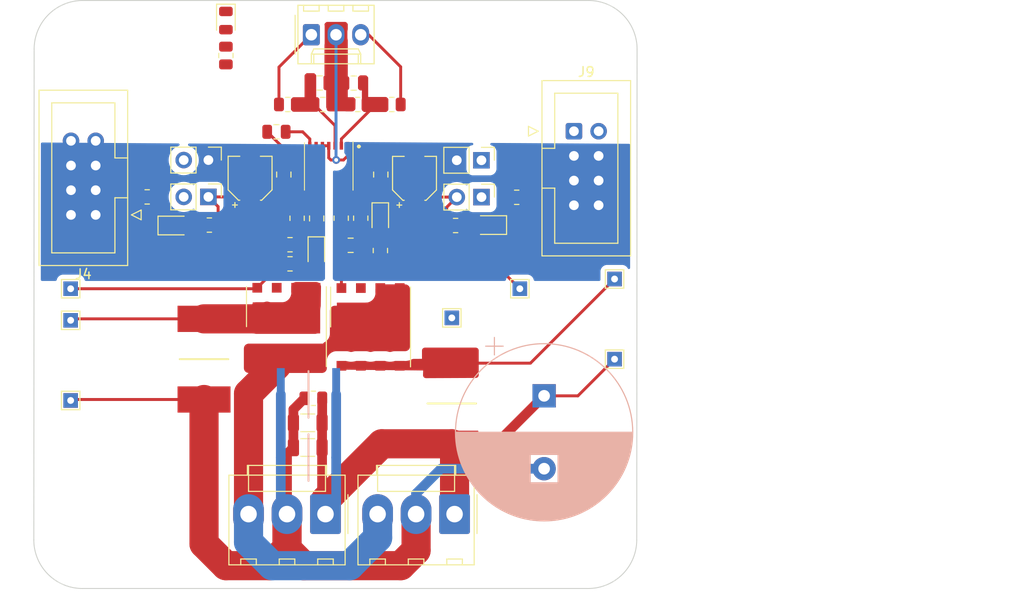
<source format=kicad_pcb>
(kicad_pcb (version 20211014) (generator pcbnew)
  (title_block (comment 4 "AISLER Project ID: ZPYPMIGU"))
  (layers (0 "F.Cu" mixed) (31 "B.Cu" mixed) (34 "B.Paste" user) (35 "F.Paste" user) (36 "B.SilkS" user "B.Silkscreen") (37 "F.SilkS" user "F.Silkscreen") (38 "B.Mask" user) (39 "F.Mask" user) (44 "Edge.Cuts" user))
  (net 0 "")
  (net 1 "GND")
  (net 2 "+3.3V")
  (net 3 "VCCA")
  (net 4 "VCCB")
  (net 5 "GND1")
  (net 6 "LED1")
  (net 7 "Net-(C5-Pad1)")
  (net 8 "Net-(C5-Pad2)")
  (net 9 "GND2")
  (net 10 "OUTA")
  (net 11 "GND3")
  (net 12 "Net-(D1-Pad2)")
  (net 13 "Net-(D2-Pad2)")
  (net 14 "Net-(D5-Pad2)")
  (net 15 "Net-(D6-Pad2)")
  (net 16 "Net-(D7-Pad2)")
  (net 17 "Net-(Q2-Pad8)")
  (net 18 "Net-(J2-Pad1)")
  (net 19 "Net-(J2-Pad3)")
  (net 20 "HVDC+")
  (net 21 "PWM1")
  (net 22 "PWM2")
  (net 23 "OUTB")
  (net 24 "gnd-1")
  (net 25 "LED2")
  (net 26 "gnd-2")
  (net 27 "Net-(C4-Pad2)")
  (net 28 "Net-(J1-Pad3)")
  (net 30 "Net-(Q1-Pad1)")
  (net 31 "Net-(Q2-Pad5)")
  (net 32 "Net-(FB3-Pad1)")
  (net 33 "Net-(FB4-Pad1)")
  (footprint "LED_SMD:LED_0805_2012Metric" (layer "F.Cu") (at 125.53 51.11 -90)
    (fp_text reference "D5" hide)
    (fp_text value "LED")
    (pad "1" smd roundrect (at -0.9375 0 270) (size 0.975 1.4) (layers "F.Cu" "F.Paste" "F.Mask") (net 1 "GND"))
    (pad "2" smd roundrect (at 0.9375 0 270) (size 0.975 1.4) (layers "F.Cu" "F.Paste" "F.Mask") (net 14 "Net-(D5-Pad2)"))
  )
  (footprint "Connector_Molex:Molex_KK-254_AE-6410-03A_1x03_P2.54mm_Vertical" (layer "F.Cu") (at 134.325 52.57)
    (fp_text reference "J2" hide)
    (fp_text value "PWM")
    (pad "1" thru_hole roundrect (at 0 0) (size 1.74 2.19) (drill 1.19) (layers *.Cu *.Mask) (roundrect_rratio 0.1436781609) (net 18 "Net-(J2-Pad1)"))
    (pad "2" thru_hole oval (at 2.54 0) (size 1.74 2.19) (drill 1.19) (layers *.Cu *.Mask) (net 1 "GND"))
    (pad "3" thru_hole oval (at 5.08 0) (size 1.74 2.19) (drill 1.19) (layers *.Cu *.Mask) (net 19 "Net-(J2-Pad3)"))
  )
  (footprint "MountingHole:MountingHole_3.2mm_M3" (layer "F.Cu") (at 163.88 53.11)
    (fp_text reference "H3" hide)
    (fp_text value "MountingHole")
    (pad "" np_thru_hole circle (at 0 0) (size 3.2 3.2) (drill 3.2) (layers *.Cu *.Mask))
  )
  (footprint "Resistor_SMD:R_0805_2012Metric" (layer "F.Cu") (at 139.102656 59.75 180)
    (fp_text reference "R16" hide)
    (fp_text value "10k")
    (pad "1" smd roundrect (at -0.9125 0 180) (size 1.025 1.4) (layers "F.Cu" "F.Paste" "F.Mask") (roundrect_rratio 0.243902439) (net 21 "PWM1"))
    (pad "2" smd roundrect (at 0.9125 0 180) (size 1.025 1.4) (layers "F.Cu" "F.Paste" "F.Mask") (roundrect_rratio 0.243902439) (net 1 "GND"))
  )
  (footprint "Connector_PinHeader_2.54mm:PinHeader_1x02_P2.54mm_Vertical" (layer "F.Cu") (at 123.73 69.26 -90)
    (fp_text reference "J6" hide)
    (fp_text value "5V")
    (pad "1" thru_hole rect (at 0 0 270) (size 1.7 1.7) (drill 1) (layers *.Cu *.Mask) (net 25 "LED2"))
    (pad "2" thru_hole oval (at 0 2.54 270) (size 1.7 1.7) (drill 1) (layers *.Cu *.Mask) (net 4 "VCCB"))
  )
  (footprint "Resistor_SMD:R_0805_2012Metric" (layer "F.Cu") (at 123.83 72.16)
    (fp_text reference "R12" hide)
    (fp_text value "4.7k")
    (pad "1" smd roundrect (at -0.9125 0) (size 1.025 1.4) (layers "F.Cu" "F.Paste" "F.Mask") (roundrect_rratio 0.243902439) (net 16 "Net-(D7-Pad2)"))
    (pad "2" smd roundrect (at 0.9125 0) (size 1.025 1.4) (layers "F.Cu" "F.Paste" "F.Mask") (roundrect_rratio 0.243902439) (net 25 "LED2"))
  )
  (footprint "Capacitor_SMD:CP_Elec_4x5.8" (layer "F.Cu") (at 128.02 67.34 90)
    (fp_text reference "C16" hide)
    (fp_text value "10uF/35V")
    (pad "1" smd roundrect (at -1.8 0 90) (size 2.6 1.6) (layers "F.Cu" "F.Paste" "F.Mask") (roundrect_rratio 0.15625) (net 25 "LED2"))
    (pad "2" smd roundrect (at 1.8 0 90) (size 2.6 1.6) (layers "F.Cu" "F.Paste" "F.Mask") (roundrect_rratio 0.15625) (net 26 "gnd-2"))
  )
  (footprint "2EDF7275KXUMA1:2EDF7275KXUMA1" (layer "F.Cu") (at 136.115 66.07 180)
    (fp_text reference "IC1" hide)
    (fp_text value "2EDF7275KXUMA1" hide)
    (pad "1" smd rect (at -1.95 2.075 180) (size 0.35 0.8) (layers "F.Cu" "F.Paste" "F.Mask") (net 1 "GND"))
    (pad "2" smd rect (at -1.3 2.075 180) (size 0.35 0.8) (layers "F.Cu" "F.Paste" "F.Mask") (net 21 "PWM1"))
    (pad "3" smd rect (at -0.65 2.075 180) (size 0.35 0.8) (layers "F.Cu" "F.Paste" "F.Mask") (net 22 "PWM2"))
    (pad "4" smd rect (at 0 2.075 180) (size 0.35 0.8) (layers "F.Cu" "F.Paste" "F.Mask") (net 1 "GND"))
    (pad "5" smd rect (at 0.65 2.075 180) (size 0.35 0.8) (layers "F.Cu" "F.Paste" "F.Mask") (net 1 "GND"))
    (pad "6" smd rect (at 1.3 2.075 180) (size 0.35 0.8) (layers "F.Cu" "F.Paste" "F.Mask"))
    (pad "7" smd rect (at 1.95 2.075 180) (size 0.35 0.8) (layers "F.Cu" "F.Paste" "F.Mask") (net 2 "+3.3V"))
    (pad "8" smd rect (at 1.95 -2.075 180) (size 0.35 0.8) (layers "F.Cu" "F.Paste" "F.Mask") (net 26 "gnd-2"))
    (pad "9" smd rect (at 1.3 -2.075 180) (size 0.35 0.8) (layers "F.Cu" "F.Paste" "F.Mask") (net 23 "OUTB"))
    (pad "10" smd rect (at 0.65 -2.075 180) (size 0.35 0.8) (layers "F.Cu" "F.Paste" "F.Mask") (net 25 "LED2"))
    (pad "11" smd rect (at -0.65 -2.075 180) (size 0.35 0.8) (layers "F.Cu" "F.Paste" "F.Mask") (net 24 "gnd-1"))
    (pad "12" smd rect (at -1.3 -2.075 180) (size 0.35 0.8) (layers "F.Cu" "F.Paste" "F.Mask") (net 10 "OUTA"))
    (pad "13" smd rect (at -1.95 -2.075 180) (size 0.35 0.8) (layers "F.Cu" "F.Paste" "F.Mask") (net 6 "LED1"))
  )
  (footprint "Resistor_SMD:R_0805_2012Metric" (layer "F.Cu") (at 134.53 89.99 180)
    (fp_text reference "R8" hide)
    (fp_text value "500k")
    (pad "1" smd roundrect (at -0.9125 0 180) (size 1.025 1.4) (layers "F.Cu" "F.Paste" "F.Mask") (roundrect_rratio 0.243902439) (net 20 "HVDC+"))
    (pad "2" smd roundrect (at 0.9125 0 180) (size 1.025 1.4) (layers "F.Cu" "F.Paste" "F.Mask") (roundrect_rratio 0.243902439) (net 11 "GND3"))
  )
  (footprint "Capacitor_SMD:C_0805_2012Metric" (layer "F.Cu") (at 130.73 62.56)
    (fp_text reference "C1" hide)
    (fp_text value "100nF")
    (pad "1" smd roundrect (at -0.95 0) (size 1 1.45) (layers "F.Cu" "F.Paste" "F.Mask") (net 1 "GND"))
    (pad "2" smd roundrect (at 0.95 0) (size 1 1.45) (layers "F.Cu" "F.Paste" "F.Mask") (net 2 "+3.3V"))
  )
  (footprint "Resistor_SMD:R_0805_2012Metric" (layer "F.Cu") (at 131.905 59.75)
    (fp_text reference "R13" hide)
    (fp_text value "100")
    (pad "1" smd roundrect (at -0.9125 0) (size 1.025 1.4) (layers "F.Cu" "F.Paste" "F.Mask") (roundrect_rratio 0.243902439) (net 18 "Net-(J2-Pad1)"))
    (pad "2" smd roundrect (at 0.9125 0) (size 1.025 1.4) (layers "F.Cu" "F.Paste" "F.Mask") (roundrect_rratio 0.243902439) (net 22 "PWM2"))
  )
  (footprint "Resistor_SMD:R_0805_2012Metric" (layer "F.Cu") (at 132.86 71.457064 -90)
    (fp_text reference "R1" hide)
    (fp_text value "470")
    (pad "1" smd roundrect (at -0.9125 0 270) (size 1.025 1.4) (layers "F.Cu" "F.Paste" "F.Mask") (roundrect_rratio 0.243902439) (net 23 "OUTB"))
    (pad "2" smd roundrect (at 0.9125 0 270) (size 1.025 1.4) (layers "F.Cu" "F.Paste" "F.Mask") (roundrect_rratio 0.243902439) (net 17 "Net-(Q2-Pad8)"))
  )
  (footprint "Resistor_SMD:R_0805_2012Metric" (layer "F.Cu") (at 137.395 71.45 -90)
    (fp_text reference "R3" hide)
    (fp_text value "470")
    (pad "1" smd roundrect (at -0.9125 0 270) (size 1.025 1.4) (layers "F.Cu" "F.Paste" "F.Mask") (roundrect_rratio 0.243902439) (net 10 "OUTA"))
    (pad "2" smd roundrect (at 0.9125 0 270) (size 1.025 1.4) (layers "F.Cu" "F.Paste" "F.Mask") (roundrect_rratio 0.243902439) (net 8 "Net-(C5-Pad2)"))
  )
  (footprint "LED_SMD:LED_0805_2012Metric" (layer "F.Cu") (at 152.73 72.16 180)
    (fp_text reference "D6" hide)
    (fp_text value "LED")
    (pad "1" smd roundrect (at -0.9375 0 180) (size 0.975 1.4) (layers "F.Cu" "F.Paste" "F.Mask") (net 24 "gnd-1"))
    (pad "2" smd roundrect (at 0.9375 0 180) (size 0.975 1.4) (layers "F.Cu" "F.Paste" "F.Mask") (net 15 "Net-(D6-Pad2)"))
  )
  (footprint "TestPoint:TestPoint_THTPad_1.5x1.5mm_Drill0.7mm" (layer "F.Cu") (at 148.78 81.71)
    (fp_text reference "TP4" hide)
    (fp_text value "TestPoint_Alt")
    (pad "1" thru_hole rect (at 0 0) (size 1.5 1.5) (drill 0.7) (layers *.Cu *.Mask) (net 28 "Net-(J1-Pad3)"))
  )
  (footprint "Resistor_SMD:R_0805_2012Metric" (layer "F.Cu") (at 125.53 54.71 -90)
    (fp_text reference "R10" hide)
    (fp_text value "4.7k")
    (pad "1" smd roundrect (at -0.9125 0 270) (size 1.025 1.4) (layers "F.Cu" "F.Paste" "F.Mask") (roundrect_rratio 0.243902439) (net 14 "Net-(D5-Pad2)"))
    (pad "2" smd roundrect (at 0.9125 0 270) (size 1.025 1.4) (layers "F.Cu" "F.Paste" "F.Mask") (roundrect_rratio 0.243902439) (net 2 "+3.3V"))
  )
  (footprint "TestPoint:TestPoint_THTPad_1.5x1.5mm_Drill0.7mm" (layer "F.Cu") (at 165.53 85.96)
    (fp_text reference "TP6" hide)
    (fp_text value "TestPoint_Alt")
    (pad "1" thru_hole rect (at 0 0) (size 1.5 1.5) (drill 0.7) (layers *.Cu *.Mask) (net 20 "HVDC+"))
  )
  (footprint "Package_SON:Infineon_PG-LSON-8-1" (layer "F.Cu") (at 140.42 82.64 90)
    (fp_text reference "Q1" hide)
    (fp_text value "IGLD60R190D1")
    (pad "1" smd rect (at -4 -3 90) (size 1 1) (layers "F.Cu" "F.Paste" "F.Mask") (net 30 "Net-(Q1-Pad1)"))
    (pad "2" smd rect (at -4 -1 90) (size 1 1) (layers "F.Cu" "F.Paste" "F.Mask") (net 30 "Net-(Q1-Pad1)"))
    (pad "3" smd rect (at -4 1 90) (size 1 1) (layers "F.Cu" "F.Paste" "F.Mask") (net 30 "Net-(Q1-Pad1)"))
    (pad "4" smd rect (at -4 3 90) (size 1 1) (layers "F.Cu" "F.Paste" "F.Mask") (net 30 "Net-(Q1-Pad1)"))
    (pad "5" smd rect (at 4 3 90) (size 1 1) (layers "F.Cu" "F.Paste" "F.Mask") (net 28 "Net-(J1-Pad3)"))
    (pad "6" smd rect (at 4 1 90) (size 1 1) (layers "F.Cu" "F.Paste" "F.Mask") (net 28 "Net-(J1-Pad3)"))
    (pad "7" smd rect (at 4 -1 90) (size 1 1) (layers "F.Cu" "F.Paste" "F.Mask") (net 24 "gnd-1"))
    (pad "8" smd rect (at 4 -3 90) (size 1 1) (layers "F.Cu" "F.Paste" "F.Mask") (net 8 "Net-(C5-Pad2)"))
    (pad "9" smd rect (at 0.9 0 90) (size 3.2 6.94) (layers "F.Cu" "F.Mask") (net 28 "Net-(J1-Pad3)"))
  )
  (footprint "Resistor_SMD:R_0805_2012Metric" (layer "F.Cu") (at 139.4075 71.45 -90)
    (fp_text reference "R2" hide)
    (fp_text value "10")
    (pad "1" smd roundrect (at -0.9125 0 270) (size 1.025 1.4) (layers "F.Cu" "F.Paste" "F.Mask") (roundrect_rratio 0.243902439) (net 10 "OUTA"))
    (pad "2" smd roundrect (at 0.9125 0 270) (size 1.025 1.4) (layers "F.Cu" "F.Paste" "F.Mask") (roundrect_rratio 0.243902439) (net 7 "Net-(C5-Pad1)"))
  )
  (footprint "Connector_PinHeader_2.54mm:PinHeader_1x02_P2.54mm_Vertical" (layer "F.Cu") (at 123.73 65.47 -90)
    (fp_text reference "J7" hide)
    (fp_text value "GND2")
    (pad "1" thru_hole rect (at 0 0 270) (size 1.7 1.7) (drill 1) (layers *.Cu *.Mask) (net 26 "gnd-2"))
    (pad "2" thru_hole oval (at 0 2.54 270) (size 1.7 1.7) (drill 1) (layers *.Cu *.Mask) (net 9 "GND2"))
  )
  (footprint "Resistor_SMD:R_0805_2012Metric" (layer "F.Cu") (at 141.43 74.78 -90)
    (fp_text reference "R5" hide)
    (fp_text value "5.1")
    (pad "1" smd roundrect (at -0.9125 0 270) (size 1.025 1.4) (layers "F.Cu" "F.Paste" "F.Mask") (roundrect_rratio 0.243902439) (net 12 "Net-(D1-Pad2)"))
    (pad "2" smd roundrect (at 0.9125 0 270) (size 1.025 1.4) (layers "F.Cu" "F.Paste" "F.Mask") (roundrect_rratio 0.243902439) (net 7 "Net-(C5-Pad1)"))
  )
  (footprint "Capacitor_SMD:C_0805_2012Metric" (layer "F.Cu") (at 138.68 57.55)
    (fp_text reference "C14" hide)
    (fp_text value "100nF")
    (pad "1" smd roundrect (at -0.95 0) (size 1 1.45) (layers "F.Cu" "F.Paste" "F.Mask") (net 1 "GND"))
    (pad "2" smd roundrect (at 0.95 0) (size 1 1.45) (layers "F.Cu" "F.Paste" "F.Mask") (net 21 "PWM1"))
  )
  (footprint "Resistor_SMD:R_0805_2012Metric" (layer "F.Cu") (at 155.46 69.3 180)
    (fp_text reference "FB4" hide)
    (fp_text value "fb")
    (pad "1" smd roundrect (at -0.9125 0 180) (size 1.025 1.4) (layers "F.Cu" "F.Paste" "F.Mask") (roundrect_rratio 0.243902439) (net 33 "Net-(FB4-Pad1)"))
    (pad "2" smd roundrect (at 0.9125 0 180) (size 1.025 1.4) (layers "F.Cu" "F.Paste" "F.Mask") (roundrect_rratio 0.243902439) (net 3 "VCCA"))
  )
  (footprint "Resistor_SMD:R_0805_2012Metric" (layer "F.Cu") (at 132.13 74.18 180)
    (fp_text reference "R4" hide)
    (fp_text value "10")
    (pad "1" smd roundrect (at -0.9125 0 180) (size 1.025 1.4) (layers "F.Cu" "F.Paste" "F.Mask") (roundrect_rratio 0.243902439) (net 27 "Net-(C4-Pad2)"))
    (pad "2" smd roundrect (at 0.9125 0 180) (size 1.025 1.4) (layers "F.Cu" "F.Paste" "F.Mask") (roundrect_rratio 0.243902439) (net 17 "Net-(Q2-Pad8)"))
  )
  (footprint "TestPoint:TestPoint_THTPad_1.5x1.5mm_Drill0.7mm" (layer "F.Cu") (at 109.555 90.21)
    (fp_text reference "TP7" hide)
    (fp_text value "TestPoint_Alt")
    (pad "1" thru_hole rect (at 0 0) (size 1.5 1.5) (drill 0.7) (layers *.Cu *.Mask) (net 11 "GND3"))
  )
  (footprint "Resistor_SMD:R_0805_2012Metric" (layer "F.Cu") (at 149.17 72.205 180)
    (fp_text reference "R11" hide)
    (fp_text value "4.7k")
    (pad "1" smd roundrect (at -0.9125 0 180) (size 1.025 1.4) (layers "F.Cu" "F.Paste" "F.Mask") (roundrect_rratio 0.243902439) (net 15 "Net-(D6-Pad2)"))
    (pad "2" smd roundrect (at 0.9125 0 180) (size 1.025 1.4) (layers "F.Cu" "F.Paste" "F.Mask") (roundrect_rratio 0.243902439) (net 6 "LED1"))
  )
  (footprint "Capacitor_SMD:C_0805_2012Metric" (layer "F.Cu") (at 135.185 57.535 180)
    (fp_text reference "C13" hide)
    (fp_text value "100nF")
    (pad "1" smd roundrect (at -0.95 0 180) (size 1 1.45) (layers "F.Cu" "F.Paste" "F.Mask") (net 1 "GND"))
    (pad "2" smd roundrect (at 0.95 0 180) (size 1 1.45) (layers "F.Cu" "F.Paste" "F.Mask") (net 22 "PWM2"))
  )
  (footprint "Connector_IDC:IDC-Header_2x04_P2.54mm_Vertical" (layer "F.Cu") (at 161.35 62.5)
    (fp_text reference "J9" (at 1.27 -6.1) (layer "F.SilkS"))
    (fp_text value "Conn_02x04_Odd_Even")
    (pad "1" thru_hole roundrect (at 0 0) (size 1.7 1.7) (drill 1) (layers *.Cu *.Mask) (roundrect_rratio 0.147059) (net 32 "Net-(FB3-Pad1)"))
    (pad "2" thru_hole circle (at 2.54 0) (size 1.7 1.7) (drill 1) (layers *.Cu *.Mask) (net 32 "Net-(FB3-Pad1)"))
    (pad "3" thru_hole circle (at 0 2.54) (size 1.7 1.7) (drill 1) (layers *.Cu *.Mask) (net 9 "GND2"))
    (pad "4" thru_hole circle (at 2.54 2.54) (size 1.7 1.7) (drill 1) (layers *.Cu *.Mask) (net 9 "GND2"))
    (pad "5" thru_hole circle (at 0 5.08) (size 1.7 1.7) (drill 1) (layers *.Cu *.Mask))
    (pad "6" thru_hole circle (at 2.54 5.08) (size 1.7 1.7) (drill 1) (layers *.Cu *.Mask))
    (pad "7" thru_hole circle (at 0 7.62) (size 1.7 1.7) (drill 1) (layers *.Cu *.Mask))
    (pad "8" thru_hole circle (at 2.54 7.62) (size 1.7 1.7) (drill 1) (layers *.Cu *.Mask))
  )
  (footprint "Connector_PinHeader_2.54mm:PinHeader_1x02_P2.54mm_Vertical" (layer "F.Cu") (at 151.835 69.28 -90)
    (fp_text reference "J5" hide)
    (fp_text value "5V")
    (pad "1" thru_hole rect (at 0 0 270) (size 1.7 1.7) (drill 1) (layers *.Cu *.Mask) (net 3 "VCCA"))
    (pad "2" thru_hole oval (at 0 2.54 270) (size 1.7 1.7) (drill 1) (layers *.Cu *.Mask) (net 6 "LED1"))
  )
  (footprint "Capacitor_SMD:C_0805_2012Metric" (layer "F.Cu") (at 138.37 74.24 180)
    (fp_text reference "C5" hide)
    (fp_text value "2.2nF")
    (pad "1" smd roundrect (at -0.95 0 180) (size 1 1.45) (layers "F.Cu" "F.Paste" "F.Mask") (net 7 "Net-(C5-Pad1)"))
    (pad "2" smd roundrect (at 0.95 0 180) (size 1 1.45) (layers "F.Cu" "F.Paste" "F.Mask") (net 8 "Net-(C5-Pad2)"))
  )
  (footprint "footprint:RESC10052X50N" (layer "F.Cu") (at 123.28 85.96 -90)
    (fp_text reference "R9" hide)
    (fp_text value "WSLP3921L1000FEA" hide)
    (pad "1" smd rect (at -4.15 0 270) (size 2.7 5.45) (layers "F.Cu" "F.Paste" "F.Mask") (net 31 "Net-(Q2-Pad5)"))
    (pad "2" smd rect (at 4.15 0 270) (size 2.7 5.45) (layers "F.Cu" "F.Paste" "F.Mask") (net 11 "GND3"))
  )
  (footprint "MountingHole:MountingHole_3.2mm_M3" (layer "F.Cu") (at 110.03 53.16)
    (fp_text reference "H4" hide)
    (fp_text value "MountingHole")
    (pad "" np_thru_hole circle (at 0 0) (size 3.2 3.2) (drill 3.2) (layers *.Cu *.Mask))
  )
  (footprint "Package_SON:Infineon_PG-LSON-8-1" (layer "F.Cu") (at 131.76 82.61 90)
    (fp_text reference "Q2" hide)
    (fp_text value "IGLD60R190D1")
    (pad "1" smd rect (at -4 -3 90) (size 1 1) (layers "F.Cu" "F.Paste" "F.Mask") (net 28 "Net-(J1-Pad3)"))
    (pad "2" smd rect (at -4 -1 90) (size 1 1) (layers "F.Cu" "F.Paste" "F.Mask") (net 28 "Net-(J1-Pad3)"))
    (pad "3" smd rect (at -4 1 90) (size 1 1) (layers "F.Cu" "F.Paste" "F.Mask") (net 28 "Net-(J1-Pad3)"))
    (pad "4" smd rect (at -4 3 90) (size 1 1) (layers "F.Cu" "F.Paste" "F.Mask") (net 28 "Net-(J1-Pad3)"))
    (pad "5" smd rect (at 4 3 90) (size 1 1) (layers "F.Cu" "F.Paste" "F.Mask") (net 31 "Net-(Q2-Pad5)"))
    (pad "6" smd rect (at 4 1 90) (size 1 1) (layers "F.Cu" "F.Paste" "F.Mask") (net 31 "Net-(Q2-Pad5)"))
    (pad "7" smd rect (at 4 -1 90) (size 1 1) (layers "F.Cu" "F.Paste" "F.Mask") (net 26 "gnd-2"))
    (pad "8" smd rect (at 4 -3 90) (size 1 1) (layers "F.Cu" "F.Paste" "F.Mask") (net 17 "Net-(Q2-Pad8)"))
    (pad "9" smd rect (at 0.9 0 90) (size 3.2 6.94) (layers "F.Cu" "F.Mask") (net 31 "Net-(Q2-Pad5)"))
  )
  (footprint "Diode_SMD:D_SOD-323" (layer "F.Cu") (at 134.84 74.87 -90)
    (fp_text reference "D2" hide)
    (fp_text value "BAT165")
    (pad "1" smd rect (at -1.05 0 270) (size 0.6 0.45) (layers "F.Cu" "F.Paste" "F.Mask") (net 27 "Net-(C4-Pad2)"))
    (pad "2" smd rect (at 1.05 0 270) (size 0.6 0.45) (layers "F.Cu" "F.Paste" "F.Mask") (net 13 "Net-(D2-Pad2)"))
  )
  (footprint "Capacitor_SMD:C_0805_2012Metric" (layer "F.Cu") (at 134.875 71.477064 -90)
    (fp_text reference "C4" hide)
    (fp_text value "2.2nF")
    (pad "1" smd roundrect (at -0.95 0 270) (size 1 1.45) (layers "F.Cu" "F.Paste" "F.Mask") (net 23 "OUTB"))
    (pad "2" smd roundrect (at 0.95 0 270) (size 1 1.45) (layers "F.Cu" "F.Paste" "F.Mask") (net 27 "Net-(C4-Pad2)"))
  )
  (footprint "Connector_Molex:Molex_KK-396_A-41791-0003_1x03_P3.96mm_Vertical" (layer "F.Cu") (at 135.78 101.905 180)
    (fp_text reference "J3" hide)
    (fp_text value "HVDC2")
    (pad "1" thru_hole roundrect (at 0 0 180) (size 3.16 4.1) (drill 1.7) (layers *.Cu *.Mask) (roundrect_rratio 0.07911392405) (net 20 "HVDC+"))
    (pad "2" thru_hole oval (at 3.96 0 180) (size 3.16 4.1) (drill 1.7) (layers *.Cu *.Mask) (net 11 "GND3"))
    (pad "3" thru_hole oval (at 7.92 0 180) (size 3.16 4.1) (drill 1.7) (layers *.Cu *.Mask) (net 28 "Net-(J1-Pad3)"))
  )
  (footprint "Resistor_SMD:R_0805_2012Metric" (layer "F.Cu") (at 142.605 59.75 180)
    (fp_text reference "R14" hide)
    (fp_text value "100")
    (pad "1" smd roundrect (at -0.9125 0 180) (size 1.025 1.4) (layers "F.Cu" "F.Paste" "F.Mask") (roundrect_rratio 0.243902439) (net 19 "Net-(J2-Pad3)"))
    (pad "2" smd roundrect (at 0.9125 0 180) (size 1.025 1.4) (layers "F.Cu" "F.Paste" "F.Mask") (roundrect_rratio 0.243902439) (net 21 "PWM1"))
  )
  (footprint "TestPoint:TestPoint_THTPad_1.5x1.5mm_Drill0.7mm" (layer "F.Cu") (at 109.555 78.71)
    (fp_text reference "TP2" hide)
    (fp_text value "TestPoint_Alt")
    (pad "1" thru_hole rect (at 0 0) (size 1.5 1.5) (drill 0.7) (layers *.Cu *.Mask) (net 17 "Net-(Q2-Pad8)"))
  )
  (footprint "TestPoint:TestPoint_THTPad_1.5x1.5mm_Drill0.7mm" (layer "F.Cu") (at 109.555 81.96)
    (fp_text reference "TP5" hide)
    (fp_text value "TestPoint_Alt")
    (pad "1" thru_hole rect (at 0 0) (size 1.5 1.5) (drill 0.7) (layers *.Cu *.Mask) (net 31 "Net-(Q2-Pad5)"))
  )
  (footprint "LED_SMD:LED_0805_2012Metric" (layer "F.Cu") (at 120.23 72.205)
    (fp_text reference "D7" hide)
    (fp_text value "LED")
    (pad "1" smd roundrect (at -0.9375 0) (size 0.975 1.4) (layers "F.Cu" "F.Paste" "F.Mask") (net 26 "gnd-2"))
    (pad "2" smd roundrect (at 0.9375 0) (size 0.975 1.4) (layers "F.Cu" "F.Paste" "F.Mask") (net 16 "Net-(D7-Pad2)"))
  )
  (footprint "Resistor_SMD:R_0805_2012Metric" (layer "F.Cu") (at 135.503828 59.75)
    (fp_text reference "R15" hide)
    (fp_text value "10k")
    (pad "1" smd roundrect (at -0.9125 0) (size 1.025 1.4) (layers "F.Cu" "F.Paste" "F.Mask") (roundrect_rratio 0.243902439) (net 22 "PWM2"))
    (pad "2" smd roundrect (at 0.9125 0) (size 1.025 1.4) (layers "F.Cu" "F.Paste" "F.Mask") (roundrect_rratio 0.243902439) (net 1 "GND"))
  )
  (footprint "Connector_IDC:IDC-Header_2x04_P2.54mm_Vertical" (layer "F.Cu") (at 112.13 71.11 180)
    (fp_text reference "J4" (at 1.27 -6.1) (layer "F.SilkS"))
    (fp_text value "Conn_02x04_Odd_Even")
    (pad "1" thru_hole roundrect (at 0 0 180) (size 1.7 1.7) (drill 1) (layers *.Cu *.Mask) (roundrect_rratio 0.147059) (net 33 "Net-(FB4-Pad1)"))
    (pad "2" thru_hole circle (at 2.54 0 180) (size 1.7 1.7) (drill 1) (layers *.Cu *.Mask) (net 33 "Net-(FB4-Pad1)"))
    (pad "3" thru_hole circle (at 0 2.54 180) (size 1.7 1.7) (drill 1) (layers *.Cu *.Mask) (net 5 "GND1"))
    (pad "4" thru_hole circle (at 2.54 2.54 180) (size 1.7 1.7) (drill 1) (layers *.Cu *.Mask) (net 5 "GND1"))
    (pad "5" thru_hole circle (at 0 5.08 180) (size 1.7 1.7) (drill 1) (layers *.Cu *.Mask) (net 2 "+3.3V"))
    (pad "6" thru_hole circle (at 2.54 5.08 180) (size 1.7 1.7) (drill 1) (layers *.Cu *.Mask) (net 2 "+3.3V"))
    (pad "7" thru_hole circle (at 0 7.62 180) (size 1.7 1.7) (drill 1) (layers *.Cu *.Mask) (net 1 "GND"))
    (pad "8" thru_hole circle (at 2.54 7.62 180) (size 1.7 1.7) (drill 1) (layers *.Cu *.Mask) (net 1 "GND"))
  )
  (footprint "TestPoint:TestPoint_THTPad_1.5x1.5mm_Drill0.7mm" (layer "F.Cu") (at 155.78 78.71)
    (fp_text reference "TP1" hide)
    (fp_text value "TestPoint_Alt")
    (pad "1" thru_hole rect (at 0 0) (size 1.5 1.5) (drill 0.7) (layers *.Cu *.Mask) (net 8 "Net-(C5-Pad2)"))
  )
  (footprint "Capacitor_SMD:C_1206_3216Metric" (layer "F.Cu") (at 133.955 95.05 180)
    (fp_text reference "C7" hide)
    (fp_text value "100nF/450V")
    (pad "1" smd roundrect (at -1.475 0 180) (size 1.15 1.8) (layers "F.Cu" "F.Paste" "F.Mask") (roundrect_rratio 0.2173913043) (net 20 "HVDC+"))
    (pad "2" smd roundrect (at 1.475 0 180) (size 1.15 1.8) (layers "F.Cu" "F.Paste" "F.Mask") (roundrect_rratio 0.2173913043) (net 11 "GND3"))
  )
  (footprint "footprint:RESC10052X50N" (layer "F.Cu") (at 148.78 90.52 -90)
    (fp_text reference "R7" hide)
    (fp_text value "WSLP3921L1000FEA" hide)
    (pad "1" smd rect (at -4.15 0 270) (size 2.7 5.45) (layers "F.Cu" "F.Paste" "F.Mask") (net 30 "Net-(Q1-Pad1)"))
    (pad "2" smd rect (at 4.15 0 270) (size 2.7 5.45) (layers "F.Cu" "F.Paste" "F.Mask") (net 20 "HVDC+"))
  )
  (footprint "Diode_SMD:D_SOD-323" (layer "F.Cu") (at 141.42 71.37 -90)
    (fp_text reference "D1" hide)
    (fp_text value "BAT165")
    (pad "1" smd rect (at -1.05 0 270) (size 0.6 0.45) (layers "F.Cu" "F.Paste" "F.Mask") (net 10 "OUTA"))
    (pad "2" smd rect (at 1.05 0 270) (size 0.6 0.45) (layers "F.Cu" "F.Paste" "F.Mask") (net 12 "Net-(D1-Pad2)"))
  )
  (footprint "Connector_Molex:Molex_KK-396_A-41791-0003_1x03_P3.96mm_Vertical" (layer "F.Cu") (at 149.064 101.905 180)
    (fp_text reference "J1" hide)
    (fp_text value "HVDC1")
    (pad "1" thru_hole roundrect (at 0 0 180) (size 3.16 4.1) (drill 1.7) (layers *.Cu *.Mask) (roundrect_rratio 0.07911392405) (net 20 "HVDC+"))
    (pad "2" thru_hole oval (at 3.96 0 180) (size 3.16 4.1) (drill 1.7) (layers *.Cu *.Mask) (net 11 "GND3"))
    (pad "3" thru_hole oval (at 7.92 0 180) (size 3.16 4.1) (drill 1.7) (layers *.Cu *.Mask) (net 28 "Net-(J1-Pad3)"))
  )
  (footprint "MountingHole:MountingHole_3.2mm_M3" (layer "F.Cu") (at 163.93 105.36)
    (fp_text reference "H1" hide)
    (fp_text value "MountingHole")
    (pad "" np_thru_hole circle (at 0 0) (size 3.2 3.2) (drill 3.2) (layers *.Cu *.Mask))
  )
  (footprint "Capacitor_SMD:C_0805_2012Metric" (layer "F.Cu") (at 131.49 66.96 -90)
    (fp_text reference "C3" hide)
    (fp_text value "1uF")
    (pad "1" smd roundrect (at -0.95 0 270) (size 1 1.45) (layers "F.Cu" "F.Paste" "F.Mask") (net 26 "gnd-2"))
    (pad "2" smd roundrect (at 0.95 0 270) (size 1 1.45) (layers "F.Cu" "F.Paste" "F.Mask") (net 25 "LED2"))
  )
  (footprint "Connector_PinHeader_2.54mm:PinHeader_1x02_P2.54mm_Vertical" (layer "F.Cu") (at 151.83 65.49 -90)
    (fp_text reference "J8" hide)
    (fp_text value "GND1")
    (pad "1" thru_hole rect (at 0 0 270) (size 1.7 1.7) (drill 1) (layers *.Cu *.Mask) (net 5 "GND1"))
    (pad "2" thru_hole oval (at 0 2.54 270) (size 1.7 1.7) (drill 1) (layers *.Cu *.Mask) (net 24 "gnd-1"))
  )
  (footprint "TestPoint:TestPoint_THTPad_1.5x1.5mm_Drill0.7mm" (layer "F.Cu") (at 165.53 77.71)
    (fp_text reference "TP3" hide)
    (fp_text value "TestPoint_Alt")
    (pad "1" thru_hole rect (at 0 0) (size 1.5 1.5) (drill 0.7) (layers *.Cu *.Mask) (net 30 "Net-(Q1-Pad1)"))
  )
  (footprint "Resistor_SMD:R_0805_2012Metric" (layer "F.Cu") (at 117.43 69.26)
    (fp_text reference "FB3" hide)
    (fp_text value "fb")
    (pad "1" smd roundrect (at -0.9125 0) (size 1.025 1.4) (layers "F.Cu" "F.Paste" "F.Mask") (roundrect_rratio 0.243902439) (net 32 "Net-(FB3-Pad1)"))
    (pad "2" smd roundrect (at 0.9125 0) (size 1.025 1.4) (layers "F.Cu" "F.Paste" "F.Mask") (roundrect_rratio 0.243902439) (net 4 "VCCB"))
  )
  (footprint "Capacitor_SMD:C_0805_2012Metric" (layer "F.Cu") (at 141.47 66.96 -90)
    (fp_text reference "C2" hide)
    (fp_text value "1uF")
    (pad "1" smd roundrect (at -0.95 0 270) (size 1 1.45) (layers "F.Cu" "F.Paste" "F.Mask") (net 24 "gnd-1"))
    (pad "2" smd roundrect (at 0.95 0 270) (size 1 1.45) (layers "F.Cu" "F.Paste" "F.Mask") (net 6 "LED1"))
  )
  (footprint "Capacitor_SMD:CP_Elec_4x5.8" (layer "F.Cu") (at 144.94 67.35 90)
    (fp_text reference "C15" hide)
    (fp_text value "10uF/35V")
    (pad "1" smd roundrect (at -1.8 0 90) (size 2.6 1.6) (layers "F.Cu" "F.Paste" "F.Mask") (roundrect_rratio 0.15625) (net 6 "LED1"))
    (pad "2" smd roundrect (at 1.8 0 90) (size 2.6 1.6) (layers "F.Cu" "F.Paste" "F.Mask") (roundrect_rratio 0.15625) (net 24 "gnd-1"))
  )
  (footprint "MountingHole:MountingHole_3.2mm_M3" (layer "F.Cu") (at 110.08 105.41)
    (fp_text reference "H2" hide)
    (fp_text value "MountingHole")
    (pad "" np_thru_hole circle (at 0 0) (size 3.2 3.2) (drill 3.2) (layers *.Cu *.Mask))
  )
  (footprint "Capacitor_SMD:C_1206_3216Metric" (layer "F.Cu") (at 133.955 92.51 180)
    (fp_text reference "C6" hide)
    (fp_text value "100nF/450V")
    (pad "1" smd roundrect (at -1.475 0 180) (size 1.15 1.8) (layers "F.Cu" "F.Paste" "F.Mask") (roundrect_rratio 0.2173913043) (net 20 "HVDC+"))
    (pad "2" smd roundrect (at 1.475 0 180) (size 1.15 1.8) (layers "F.Cu" "F.Paste" "F.Mask") (roundrect_rratio 0.2173913043) (net 11 "GND3"))
  )
  (footprint "Resistor_SMD:R_0805_2012Metric" (layer "F.Cu") (at 132.13 76.15 180)
    (fp_text reference "R6" hide)
    (fp_text value "5.1")
    (pad "1" smd roundrect (at -0.9125 0 180) (size 1.025 1.4) (layers "F.Cu" "F.Paste" "F.Mask") (roundrect_rratio 0.243902439) (net 13 "Net-(D2-Pad2)"))
    (pad "2" smd roundrect (at 0.9125 0 180) (size 1.025 1.4) (layers "F.Cu" "F.Paste" "F.Mask") (roundrect_rratio 0.243902439) (net 17 "Net-(Q2-Pad8)"))
  )
  (footprint "Capacitor_THT:CP_Radial_D18.0mm_P7.50mm" (layer "B.Cu") (at 158.28 89.73222 -90)
    (fp_text reference "C10" hide)
    (fp_text value "100uF/450V")
    (pad "1" thru_hole rect (at 0 0 270) (size 2.4 2.4) (drill 1.2) (layers *.Cu *.Mask) (net 20 "HVDC+"))
    (pad "2" thru_hole circle (at 7.5 0 270) (size 2.4 2.4) (drill 1.2) (layers *.Cu *.Mask) (net 11 "GND3"))
  )
  (footprint "CGA9P4X7T2W105K250KA:CAPC5750X280N" (layer "B.Cu") (at 134.03 89.585 180)
    (fp_text reference "C9" hide)
    (fp_text value "1uF/450V" hide)
    (pad "1" smd rect (at -2.85 0 180) (size 0.81 5.41) (layers "B.Cu" "B.Paste" "B.Mask") (net 20 "HVDC+"))
    (pad "2" smd rect (at 2.85 0 180) (size 0.81 5.41) (layers "B.Cu" "B.Paste" "B.Mask") (net 11 "GND3"))
  )
  (footprint "CGA9P4X7T2W105K250KA:CAPC5750X280N" (layer "B.Cu") (at 134.03 96.085 180)
    (fp_text reference "C8" hide)
    (fp_text value "1uF/450V" hide)
    (pad "1" smd rect (at -2.85 0 180) (size 0.81 5.41) (layers "B.Cu" "B.Paste" "B.Mask") (net 20 "HVDC+"))
    (pad "2" smd rect (at 2.85 0 180) (size 0.81 5.41) (layers "B.Cu" "B.Paste" "B.Mask") (net 11 "GND3"))
  )
  (gr_arc (start 110.762233 109.56) (mid 107.226699 108.095534) (end 105.762233 104.56) (layer "Edge.Cuts") (width 0.1))
  (gr_line (start 162.847767 49.045534) (end 110.797767 49.045534) (layer "Edge.Cuts") (width 0.1))
  (gr_line (start 110.762233 109.56) (end 162.812233 109.56) (layer "Edge.Cuts") (width 0.1))
  (gr_arc (start 167.812233 104.56) (mid 166.347767 108.095534) (end 162.812233 109.56) (layer "Edge.Cuts") (width 0.1))
  (gr_arc (start 162.847767 49.045534) (mid 166.383301 50.51) (end 167.847767 54.045534) (layer "Edge.Cuts") (width 0.1))
  (gr_arc (start 105.797767 54.045534) (mid 107.262233 50.51) (end 110.797767 49.045534) (layer "Edge.Cuts") (width 0.1))
  (gr_line (start 167.812233 104.56) (end 167.847767 54.045534) (layer "Edge.Cuts") (width 0.1))
  (gr_line (start 105.797767 54.045534) (end 105.762233 104.56) (layer "Edge.Cuts") (width 0.1))
  (segment (start 132.13 64.91) (end 135.18 64.91) (width 0.3) (layer "F.Cu") (net 1))
  (segment (start 135.465 63.995) (end 135.745 63.995) (width 0.3) (layer "F.Cu") (net 1))
  (segment (start 137.63 65.46) (end 138.065 65.025) (width 0.3) (layer "F.Cu") (net 1))
  (segment (start 136.88 65.46) (end 136.33 65.46) (width 0.3) (layer "F.Cu") (net 1))
  (segment (start 136.33 65.46) (end 136.115 65.245) (width 0.3) (layer "F.Cu") (net 1))
  (segment (start 138.065 65.025) (end 138.065 63.995) (width 0.3) (layer "F.Cu") (net 1))
  (segment (start 135.465 64.625) (end 135.465 63.995) (width 0.3) (layer "F.Cu") (net 1))
  (segment (start 136.115 65.245) (end 136.115 63.995) (width 0.3) (layer "F.Cu") (net 1))
  (segment (start 135.18 64.91) (end 135.465 64.625) (width 0.3) (layer "F.Cu") (net 1))
  (segment (start 129.78 62.56) (end 132.13 64.91) (width 0.3) (layer "F.Cu") (net 1))
  (segment (start 135.745 63.995) (end 136.115 63.995) (width 0.3) (layer "F.Cu") (net 1))
  (segment (start 136.88 65.46) (end 137.63 65.46) (width 0.3) (layer "F.Cu") (net 1))
  (via (at 136.88 65.46) (size 0.8) (drill 0.4) (layers "F.Cu" "B.Cu") (net 1))
  (segment (start 136.88 65.46) (end 136.865 65.445) (width 0.3) (layer "B.Cu") (net 1))
  (segment (start 136.865 65.445) (end 136.865 52.57) (width 0.3) (layer "B.Cu") (net 1))
  (segment (start 134.165 63.995) (end 134.165 63.295) (width 0.3) (layer "F.Cu") (net 2))
  (segment (start 133.43 62.56) (end 131.68 62.56) (width 0.3) (layer "F.Cu") (net 2))
  (segment (start 134.165 63.295) (end 133.43 62.56) (width 0.3) (layer "F.Cu") (net 2))
  (segment (start 143.7 67.91) (end 144.94 69.15) (width 0.3) (layer "F.Cu") (net 6))
  (segment (start 141.235 68.145) (end 141.47 67.91) (width 0.3) (layer "F.Cu") (net 6))
  (segment (start 148.2575 70.3175) (end 148.2575 72.205) (width 0.3) (layer "F.Cu") (net 6))
  (segment (start 144.94 69.15) (end 145.07 69.28) (width 0.3) (layer "F.Cu") (net 6))
  (segment (start 145.07 69.28) (end 149.295 69.28) (width 0.3) (layer "F.Cu") (net 6))
  (segment (start 149.295 69.28) (end 148.2575 70.3175) (width 0.3) (layer "F.Cu") (net 6))
  (segment (start 141.47 67.91) (end 143.7 67.91) (width 0.3) (layer "F.Cu") (net 6))
  (segment (start 138.065 68.145) (end 141.235 68.145) (width 0.3) (layer "F.Cu") (net 6))
  (segment (start 137.395 74.215) (end 137.42 74.24) (width 0.3) (layer "F.Cu") (net 8))
  (segment (start 137.395 72.3625) (end 137.395 74.215) (width 0.3) (layer "F.Cu") (net 8))
  (segment (start 137.42 78.64) (end 137.42 74.24) (width 0.3) (layer "F.Cu") (net 8))
  (segment (start 138.53 77.11) (end 137.42 76) (width 0.3) (layer "F.Cu") (net 8))
  (segment (start 155.78 78.71) (end 154.18 77.11) (width 0.3) (layer "F.Cu") (net 8))
  (segment (start 137.42 76) (end 137.42 74.24) (width 0.3) (layer "F.Cu") (net 8))
  (segment (start 154.18 77.11) (end 138.53 77.11) (width 0.3) (layer "F.Cu") (net 8))
  (segment (start 137.415 68.145) (end 137.415 70.5175) (width 0.3) (layer "F.Cu") (net 10))
  (segment (start 137.415 70.5175) (end 137.395 70.5375) (width 0.3) (layer "F.Cu") (net 10))
  (segment (start 131.82 105.5) (end 133.53 107.21) (width 3) (layer "F.Cu") (net 11))
  (segment (start 131.82 105.42) (end 131.82 101.905) (width 3) (layer "F.Cu") (net 11))
  (segment (start 133.53 107.21) (end 143.53 107.21) (width 3) (layer "F.Cu") (net 11))
  (segment (start 131.82 101.905) (end 131.82 105.5) (width 3) (layer "F.Cu") (net 11))
  (segment (start 131.82 101.905) (end 131.82 95.71) (width 1) (layer "F.Cu") (net 11))
  (segment (start 132.48 95.05) (end 132.48 92.51) (width 1) (layer "F.Cu") (net 11))
  (segment (start 143.53 107.21) (end 145.104 105.636) (width 3) (layer "F.Cu") (net 11))
  (segment (start 131.82 95.71) (end 132.48 95.05) (width 1) (layer "F.Cu") (net 11))
  (segment (start 130.03 107.21) (end 131.82 105.42) (width 3) (layer "F.Cu") (net 11))
  (segment (start 132.48 91.1275) (end 133.6175 89.99) (width 1) (layer "F.Cu") (net 11))
  (segment (start 109.655 90.11) (end 109.555 90.21) (width 0.3) (layer "F.Cu") (net 11))
  (segment (start 132.48 92.51) (end 132.48 91.1275) (width 1) (layer "F.Cu") (net 11))
  (segment (start 145.104 105.636) (end 145.104 101.905) (width 3) (layer "F.Cu") (net 11))
  (segment (start 125.53 107.21) (end 130.03 107.21) (width 3) (layer "F.Cu") (net 11))
  (segment (start 123.28 90.11) (end 109.655 90.11) (width 0.3) (layer "F.Cu") (net 11))
  (segment (start 123.28 104.96) (end 125.53 107.21) (width 3) (layer "F.Cu") (net 11))
  (segment (start 123.28 90.11) (end 123.28 104.96) (width 3) (layer "F.Cu") (net 11))
  (segment (start 131.18 89.585) (end 131.18 96.085) (width 1) (layer "B.Cu") (net 11))
  (segment (start 131.18 101.265) (end 131.82 101.905) (width 1) (layer "B.Cu") (net 11))
  (segment (start 145.104 99.795) (end 145.104 101.905) (width 1) (layer "B.Cu") (net 11))
  (segment (start 147.66678 97.23222) (end 145.104 99.795) (width 1) (layer "B.Cu") (net 11))
  (segment (start 158.28 97.23222) (end 147.66678 97.23222) (width 1) (layer "B.Cu") (net 11))
  (segment (start 131.18 96.085) (end 131.18 101.265) (width 1) (layer "B.Cu") (net 11))
  (segment (start 141.42 73.8575) (end 141.43 73.8675) (width 0.3) (layer "F.Cu") (net 12))
  (segment (start 141.42 72.42) (end 141.42 73.8575) (width 0.3) (layer "F.Cu") (net 12))
  (segment (start 134.84 75.92) (end 133.2725 75.92) (width 0.3) (layer "F.Cu") (net 13))
  (segment (start 133.2725 75.92) (end 133.0425 76.15) (width 0.3) (layer "F.Cu") (net 13))
  (segment (start 151.7475 72.205) (end 151.7925 72.16) (width 0.3) (layer "F.Cu") (net 15))
  (segment (start 150.0825 72.205) (end 151.7475 72.205) (width 0.3) (layer "F.Cu") (net 15))
  (segment (start 121.2125 72.16) (end 121.1675 72.205) (width 0.3) (layer "F.Cu") (net 16))
  (segment (start 122.9175 72.16) (end 121.2125 72.16) (width 0.3) (layer "F.Cu") (net 16))
  (segment (start 128.76 78.61) (end 128.76 78.6075) (width 0.3) (layer "F.Cu") (net 17))
  (segment (start 128.66 78.71) (end 128.76 78.61) (width 0.3) (layer "F.Cu") (net 17))
  (segment (start 109.555 78.71) (end 128.66 78.71) (width 0.3) (layer "F.Cu") (net 17))
  (segment (start 128.76 78.6075) (end 131.2175 76.15) (width 0.3) (layer "F.Cu") (net 17))
  (segment (start 130.9925 55.9025) (end 130.9925 59.75) (width 0.3) (layer "F.Cu") (net 18))
  (segment (start 134.325 52.57) (end 130.9925 55.9025) (width 0.3) (layer "F.Cu") (net 18))
  (segment (start 143.5175 59.75) (end 143.5175 55.875) (width 0.3) (layer "F.Cu") (net 19))
  (segment (start 143.5175 55.875) (end 140.2125 52.57) (width 0.3) (layer "F.Cu") (net 19))
  (segment (start 140.2125 52.57) (end 139.405 52.57) (width 0.3) (layer "F.Cu") (net 19))
  (segment (start 135.4425 89.99) (end 135.4425 92.4975) (width 1) (layer "F.Cu") (net 20))
  (segment (start 158.28 89.73222) (end 161.75778 89.73222) (width 0.3) (layer "F.Cu") (net 20))
  (segment (start 149.064 94.954) (end 148.78 94.67) (width 3) (layer "F.Cu") (net 20))
  (segment (start 148.78 94.67) (end 153.34222 94.67) (width 1) (layer "F.Cu") (net 20))
  (segment (start 149.064 101.905) (end 149.064 94.954) (width 3) (layer "F.Cu") (net 20))
  (segment (start 135.78 100.46) (end 135.78 101.905) (width 3) (layer "F.Cu") (net 20))
  (segment (start 135.43 95.05) (end 135.43 101.555) (width 1) (layer "F.Cu") (net 20))
  (segment (start 141.57 94.67) (end 135.78 100.46) (width 3) (layer "F.Cu") (net 20))
  (segment (start 135.4425 92.4975) (end 135.43 92.51) (width 1) (layer "F.Cu") (net 20))
  (segment (start 148.78 94.67) (end 141.57 94.67) (width 3) (layer "F.Cu") (net 20))
  (segment (start 135.43 101.555) (end 135.78 101.905) (width 1) (layer "F.Cu") (net 20))
  (segment (start 161.75778 89.73222) (end 165.53 85.96) (width 0.3) (layer "F.Cu") (net 20))
  (segment (start 153.34222 94.67) (end 158.28 89.73222) (width 1) (layer "F.Cu") (net 20))
  (segment (start 135.43 92.51) (end 135.43 95.05) (width 1) (layer "F.Cu") (net 20))
  (segment (start 136.88 96.085) (end 136.88 100.805) (width 1) (layer "B.Cu") (net 20))
  (segment (start 136.88 100.805) (end 135.78 101.905) (width 1) (layer "B.Cu") (net 20))
  (segment (start 136.88 89.585) (end 136.88 96.085) (width 1) (layer "B.Cu") (net 20))
  (segment (start 137.415 63.295) (end 140.96 59.75) (width 0.3) (layer "F.Cu") (net 21))
  (segment (start 140.96 59.75) (end 141.6925 59.75) (width 0.3) (layer "F.Cu") (net 21))
  (segment (start 137.415 63.995) (end 137.415 63.295) (width 0.3) (layer "F.Cu") (net 21))
  (segment (start 136.765 61.923672) (end 136.765 63.995) (width 0.3) (layer "F.Cu") (net 22))
  (segment (start 134.591328 59.75) (end 136.765 61.923672) (width 0.3) (layer "F.Cu") (net 22))
  (segment (start 134.815 70.467064) (end 134.875 70.527064) (width 0.3) (layer "F.Cu") (net 23))
  (segment (start 134.815 68.145) (end 134.815 70.467064) (width 0.3) (layer "F.Cu") (net 23))
  (segment (start 145 65.49) (end 149.29 65.49) (width 0.3) (layer "F.Cu") (net 24))
  (segment (start 141.47 66.01) (end 144.48 66.01) (width 0.3) (layer "F.Cu") (net 24))
  (segment (start 144.94 65.55) (end 145 65.49) (width 0.3) (layer "F.Cu") (net 24))
  (segment (start 144.48 66.01) (end 144.94 65.55) (width 0.3) (layer "F.Cu") (net 24))
  (segment (start 124.73 70.26) (end 124.73 72.1475) (width 0.3) (layer "F.Cu") (net 25))
  (segment (start 135.155 67.21) (end 135.465 67.52) (width 0.3) (layer "F.Cu") (net 25))
  (segment (start 127.9 69.26) (end 128.02 69.14) (width 0.3) (layer "F.Cu") (net 25))
  (segment (start 131.49 67.91) (end 132.19 67.21) (width 0.3) (layer "F.Cu") (net 25))
  (segment (start 124.73 72.1475) (end 124.7425 72.16) (width 0.3) (layer "F.Cu") (net 25))
  (segment (start 132.19 67.21) (end 135.155 67.21) (width 0.3) (layer "F.Cu") (net 25))
  (segment (start 123.73 69.26) (end 124.73 70.26) (width 0.3) (layer "F.Cu") (net 25))
  (segment (start 135.465 67.52) (end 135.465 68.145) (width 0.3) (layer "F.Cu") (net 25))
  (segment (start 129.25 67.91) (end 131.49 67.91) (width 0.3) (layer "F.Cu") (net 25))
  (segment (start 128.02 69.14) (end 129.25 67.91) (width 0.3) (layer "F.Cu") (net 25))
  (segment (start 123.73 69.26) (end 127.9 69.26) (width 0.3) (layer "F.Cu") (net 25))
  (segment (start 128.49 66.01) (end 128.02 65.54) (width 0.3) (layer "F.Cu") (net 26))
  (segment (start 127.95 65.47) (end 128.02 65.54) (width 0.3) (layer "F.Cu") (net 26))
  (segment (start 131.49 66.01) (end 128.49 66.01) (width 0.3) (layer "F.Cu") (net 26))
  (segment (start 123.73 65.47) (end 127.95 65.47) (width 0.3) (layer "F.Cu") (net 26))
  (segment (start 127.86 101.905) (end 127.86 89.51) (width 3) (layer "F.Cu") (net 28))
  (segment (start 127.86 89.51) (end 130.76 86.61) (width 3) (layer "F.Cu") (net 28))
  (segment (start 141.144 104.346) (end 141.144 101.905) (width 3) (layer "B.Cu") (net 28))
  (segment (start 127.86 101.905) (end 127.86 104.79) (width 3) (layer "B.Cu") (net 28))
  (segment (start 138.28 107.21) (end 141.144 104.346) (width 3) (layer "B.Cu") (net 28))
  (segment (start 130.28 107.21) (end 138.28 107.21) (width 3) (layer "B.Cu") (net 28))
  (segment (start 127.86 104.79) (end 130.28 107.21) (width 3) (layer "B.Cu") (net 28))
  (segment (start 148.78 86.37) (end 156.87 86.37) (width 0.3) (layer "F.Cu") (net 30))
  (segment (start 156.87 86.37) (end 165.53 77.71) (width 0.3) (layer "F.Cu") (net 30))
  (segment (start 123.28 81.81) (end 131.66 81.81) (width 3) (layer "F.Cu") (net 31))
  (segment (start 109.705 81.81) (end 109.555 81.96) (width 0.3) (layer "F.Cu") (net 31))
  (segment (start 131.66 81.81) (end 131.76 81.71) (width 3) (layer "F.Cu") (net 31))
  (segment (start 123.28 81.81) (end 109.705 81.81) (width 0.3) (layer "F.Cu") (net 31))
  (zone (net 21) (net_name "PWM1") (layer "F.Cu") (name "pwm1") (connect_pads yes (clearance 0.5)) (min_thickness 0.3) (fill yes (thermal_gap 0.3) (thermal_bridge_width 0.3) (smoothing chamfer) (radius 0.2))
    (polygon (pts (xy 140.175 58.975) (xy 142.25 58.975) (xy 142.25 60.525) (xy 139.525 60.525) (xy 139.525 58.3) (xy 139.125 58.3) (xy 139.125 56.75) (xy 140.175 56.75)))
  )
  (zone (net 28) (net_name "Net-(J1-Pad3)") (layer "F.Cu") (name "J1-P3") (priority 1) (connect_pads yes (clearance 1)) (min_thickness 1) (fill yes (thermal_gap 0.6) (thermal_bridge_width 1))
    (polygon (pts (xy 144.48 85.76) (xy 136.78 85.76) (xy 136.78 87.38) (xy 127.38 87.38) (xy 127.38 84.36) (xy 135.53 84.36) (xy 135.53 80.46) (xy 139.58 80.46) (xy 139.58 78.06) (xy 144.48 78.06)))
  )
  (zone (net 23) (net_name "OUTB") (layer "F.Cu") (name "3.3") (priority 1) (connect_pads yes (clearance 0.3)) (min_thickness 0.254) (fill yes (thermal_gap 0.508) (thermal_bridge_width 0.508) (smoothing chamfer) (radius 0.2))
    (polygon (pts (xy 135.58 71.06) (xy 132.13 71.06) (xy 132.13 70.01) (xy 135.58 70.01)))
  )
  (zone (net 17) (net_name "Net-(Q2-Pad8)") (layer "F.Cu") (name "3.3") (priority 1) (connect_pads yes (clearance 0.3)) (min_thickness 0.254) (fill yes (thermal_gap 0.508) (thermal_bridge_width 0.508) (smoothing chamfer) (radius 0.2))
    (polygon (pts (xy 133.78 72.91) (xy 131.73 72.91) (xy 131.73 76.86) (xy 130.63 76.86) (xy 130.63 71.81) (xy 131.98 71.81) (xy 133.78 71.81)))
  )
  (zone (net 7) (net_name "Net-(C5-Pad1)") (layer "F.Cu") (name "c5-p1") (priority 1) (connect_pads yes (clearance 0.3)) (min_thickness 0.254) (fill yes (thermal_gap 0.508) (thermal_bridge_width 0.508) (smoothing chamfer) (radius 0.2))
    (polygon (pts (xy 140.13 75.16) (xy 142.13 75.16) (xy 142.13 76.26) (xy 138.68 76.26) (xy 138.68 71.81) (xy 140.13 71.81)))
  )
  (zone (net 27) (net_name "Net-(C4-Pad2)") (layer "F.Cu") (name "c4-p2") (connect_pads yes (clearance 0.5)) (min_thickness 0.3) (fill yes (thermal_gap 0.3) (thermal_bridge_width 0.3) (smoothing chamfer) (radius 0.2))
    (polygon (pts (xy 135.62 74.89) (xy 132.535 74.89) (xy 132.535 73.475) (xy 134.12 73.475) (xy 134.12 71.91) (xy 135.62 71.91)))
  )
  (zone (net 10) (net_name "OUTA") (layer "F.Cu") (name "out-a") (connect_pads yes (clearance 0.5)) (min_thickness 0.3) (fill yes (thermal_gap 0.3) (thermal_bridge_width 0.3) (smoothing chamfer) (radius 0.2))
    (polygon (pts (xy 141.895 71.025) (xy 136.675 71.025) (xy 136.675 70.035) (xy 141.895 70.035)))
  )
  (zone (net 30) (net_name "Net-(Q1-Pad1)") (layer "F.Cu") (name "q1-p1") (connect_pads yes (clearance 1)) (min_thickness 0.6) (fill yes (thermal_gap 1) (thermal_bridge_width 1))
    (polygon (pts (xy 151.55 87.89) (xy 145.809143 87.915396) (xy 145.831226 87.125416) (xy 137.632083 87.04002) (xy 137.63057 85.964857) (xy 145.71057 85.924857) (xy 145.71 84.77) (xy 151.55 84.77)))
  )
  (zone (net 1) (net_name "GND") (layer "F.Cu") (name "sig_gnd") (connect_pads yes (clearance 0.5)) (min_thickness 0.3) (fill yes (thermal_gap 0.3) (thermal_bridge_width 0.3) (smoothing chamfer) (radius 0.2))
    (polygon (pts (xy 138.075 56.125) (xy 138.076571 59.000056) (xy 138.876588 58.998194) (xy 138.852512 60.447958) (xy 135.849845 60.449832) (xy 135.849999 58.27501) (xy 135.574993 58.274998) (xy 135.575 56.825) (xy 135.675 56.825) (xy 135.675 51.25) (xy 138.075 51.25)))
  )
  (zone (net 31) (net_name "Net-(Q2-Pad5)") (layer "F.Cu") (name "J10-P2") (connect_pads yes (clearance 1)) (min_thickness 1) (fill yes (thermal_gap 0.6) (thermal_bridge_width 1))
    (polygon (pts (xy 128.126417 83.459978) (xy 135.253711 83.396361) (xy 135.327292 78.017667) (xy 128.139998 78.021284)))
  )
  (zone (net 22) (net_name "PWM2") (layer "F.Cu") (name "pwm2") (connect_pads yes (clearance 0.5)) (min_thickness 0.3) (fill yes (thermal_gap 0.3) (thermal_bridge_width 0.3) (smoothing chamfer) (radius 0.2))
    (polygon (pts (xy 134.825 59) (xy 135.15 59) (xy 135.15 60.5) (xy 132.225 60.5) (xy 132.225 59) (xy 133.625 59) (xy 133.625 56.525) (xy 134.825 56.525)))
  )
  (zone (net 24) (net_name "gnd-1") (layer "B.Cu") (name "gnd-1") (priority 1) (connect_pads yes (clearance 0.7)) (min_thickness 0.254) (fill yes (thermal_gap 0.508) (thermal_bridge_width 0.508) (smoothing chamfer) (radius 0.2))
    (polygon (pts (xy 167.93 77.91) (xy 136.535461 77.910554) (xy 136.555017 63.601258) (xy 167.949556 63.800704)))
  )
  (zone (net 26) (net_name "gnd-2") (layer "B.Cu") (name "gnd-1") (priority 1) (connect_pads yes (clearance 0.7)) (min_thickness 0.254) (fill yes (thermal_gap 0.508) (thermal_bridge_width 0.508) (smoothing chamfer) (radius 0.2))
    (polygon (pts (xy 135.73087 77.909422) (xy 105.73 77.909429) (xy 105.750347 63.657576) (xy 135.751217 63.857569)))
  )
)
</source>
